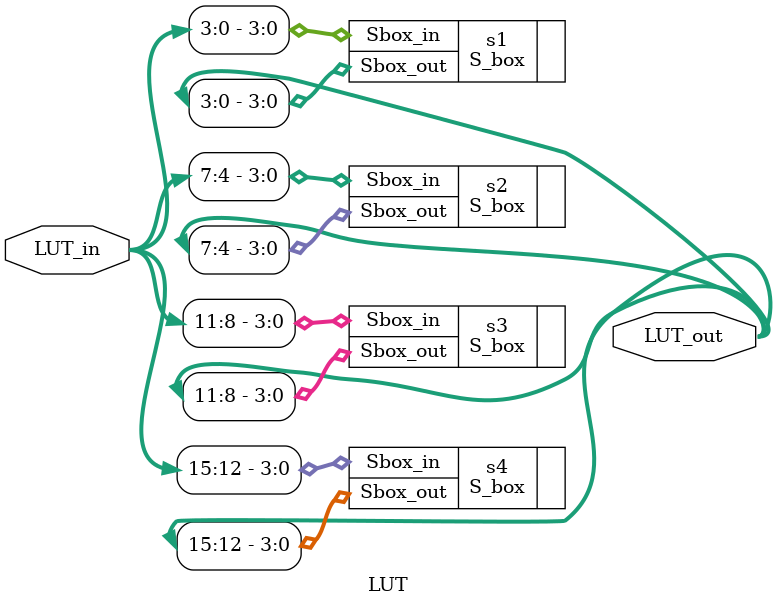
<source format=sv>
`timescale 1ns / 1ps


module LUT(
    input [15:0] LUT_in,          // 16-bit input to the LUT (Look-Up Table)
    output logic [15:0] LUT_out   // 16-bit output from the LUT
);

    // Four instances of the S_box module, each handling 4 bits of the input
    S_box s4(
        .Sbox_in(LUT_in[15:12]),   // Upper 4 bits of LUT_in
        .Sbox_out(LUT_out[15:12])  // Upper 4 bits of LUT_out
    );
    
    S_box s3(
        .Sbox_in(LUT_in[11:8]),    // Bits 11 to 8 of LUT_in
        .Sbox_out(LUT_out[11:8])   // Bits 11 to 8 of LUT_out
    );
    
    S_box s2(
        .Sbox_in(LUT_in[7:4]),     // Bits 7 to 4 of LUT_in
        .Sbox_out(LUT_out[7:4])    // Bits 7 to 4 of LUT_out
    );
    
    S_box s1(
        .Sbox_in(LUT_in[3:0]),     // Lower 4 bits of LUT_in
        .Sbox_out(LUT_out[3:0])    // Lower 4 bits of LUT_out
    );

endmodule


</source>
